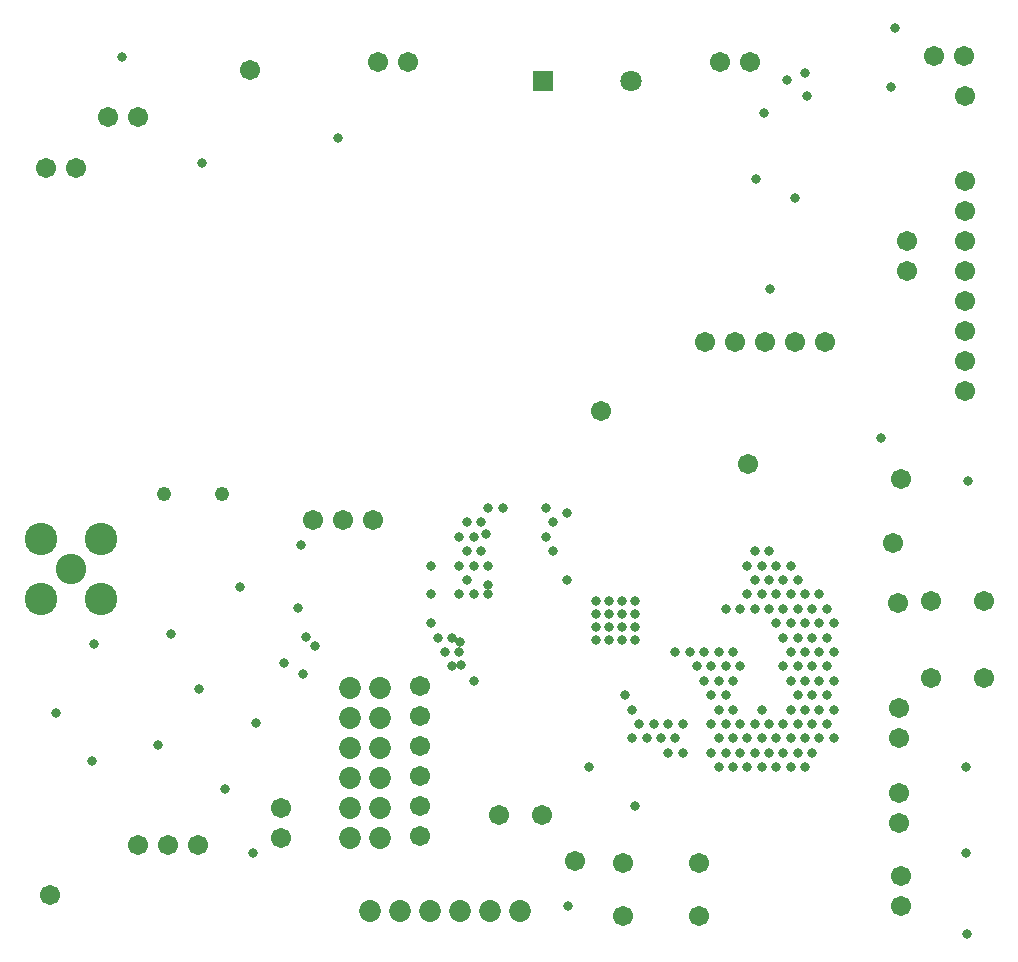
<source format=gbs>
G04 Layer_Color=16711935*
%FSLAX25Y25*%
%MOIN*%
G70*
G01*
G75*
%ADD89C,0.04855*%
%ADD90C,0.06706*%
%ADD91C,0.07296*%
%ADD92C,0.07099*%
%ADD93R,0.07099X0.07099*%
%ADD94C,0.10131*%
%ADD95C,0.10839*%
%ADD96C,0.03200*%
D89*
X79906Y155700D02*
D03*
X60694D02*
D03*
D90*
X333900Y94500D02*
D03*
Y120090D02*
D03*
X316183Y94500D02*
D03*
Y120090D02*
D03*
X327564Y288431D02*
D03*
X241000Y206500D02*
D03*
X172400Y49000D02*
D03*
X305500Y74457D02*
D03*
Y84457D02*
D03*
X306300Y18457D02*
D03*
Y28457D02*
D03*
X305500Y46057D02*
D03*
Y56057D02*
D03*
X186500Y48800D02*
D03*
X327700Y220100D02*
D03*
Y230100D02*
D03*
Y250100D02*
D03*
Y260100D02*
D03*
Y240100D02*
D03*
Y210100D02*
D03*
Y200100D02*
D03*
Y190100D02*
D03*
X22700Y22100D02*
D03*
X305300Y119500D02*
D03*
X308400Y230100D02*
D03*
X306159Y160900D02*
D03*
X308400Y240100D02*
D03*
X145900Y81700D02*
D03*
Y61700D02*
D03*
Y41700D02*
D03*
Y51700D02*
D03*
Y71700D02*
D03*
Y91700D02*
D03*
X120256Y147100D02*
D03*
X130256D02*
D03*
X110256D02*
D03*
X21157Y264600D02*
D03*
X31157D02*
D03*
X281000Y206500D02*
D03*
X271000D02*
D03*
X89324Y297353D02*
D03*
X206300Y183600D02*
D03*
X261000Y206500D02*
D03*
X251000D02*
D03*
X213500Y15200D02*
D03*
X239091D02*
D03*
X213500Y32916D02*
D03*
X239091D02*
D03*
X42079Y281605D02*
D03*
X52079D02*
D03*
X327209Y301774D02*
D03*
X317209D02*
D03*
X141957Y299800D02*
D03*
X131957D02*
D03*
X255957D02*
D03*
X245957D02*
D03*
X61856Y38700D02*
D03*
X71856D02*
D03*
X51856D02*
D03*
X255300Y166000D02*
D03*
X303500Y139400D02*
D03*
X99456Y41100D02*
D03*
Y51100D02*
D03*
X197500Y33600D02*
D03*
D91*
X122656Y41100D02*
D03*
Y51100D02*
D03*
Y61100D02*
D03*
Y91100D02*
D03*
Y81100D02*
D03*
Y71100D02*
D03*
X149300Y16872D02*
D03*
X139300D02*
D03*
X129300D02*
D03*
X159300D02*
D03*
X169300D02*
D03*
X179300D02*
D03*
X132656Y91100D02*
D03*
Y81100D02*
D03*
Y71100D02*
D03*
Y41100D02*
D03*
Y51100D02*
D03*
Y61100D02*
D03*
D92*
X216417Y293551D02*
D03*
D93*
X186889D02*
D03*
D94*
X29456Y130700D02*
D03*
D95*
X39456Y120700D02*
D03*
X19456D02*
D03*
X39456Y140700D02*
D03*
X19456D02*
D03*
D96*
X268409Y293974D02*
D03*
X274909Y288574D02*
D03*
X274309Y296274D02*
D03*
X328200Y9100D02*
D03*
X328057Y36343D02*
D03*
X328000Y64800D02*
D03*
X91400Y79400D02*
D03*
X72400Y90979D02*
D03*
X100700Y99500D02*
D03*
X328500Y160100D02*
D03*
X299700Y174500D02*
D03*
X46522Y301487D02*
D03*
X302957Y291421D02*
D03*
X304296Y311261D02*
D03*
X260664Y282731D02*
D03*
X118709Y274474D02*
D03*
X73311Y266313D02*
D03*
X24700Y82700D02*
D03*
X63100Y109100D02*
D03*
X90300Y36300D02*
D03*
X262483Y224117D02*
D03*
X217500Y52000D02*
D03*
X195100Y149600D02*
D03*
X167900Y142400D02*
D03*
X168700Y125600D02*
D03*
X159700Y99000D02*
D03*
X159200Y106400D02*
D03*
X270900Y254400D02*
D03*
X258000Y260900D02*
D03*
X37200Y105800D02*
D03*
X36656Y66700D02*
D03*
X58700Y72100D02*
D03*
X81056Y57544D02*
D03*
X85856Y124800D02*
D03*
X106400Y138900D02*
D03*
X105300Y117900D02*
D03*
X111100Y105100D02*
D03*
X107900Y108200D02*
D03*
X106800Y95700D02*
D03*
X195300Y18400D02*
D03*
X204604Y107104D02*
D03*
Y111435D02*
D03*
Y115765D02*
D03*
Y120096D02*
D03*
X208935Y107104D02*
D03*
Y111435D02*
D03*
Y115765D02*
D03*
Y120096D02*
D03*
X213265Y107104D02*
D03*
Y111435D02*
D03*
Y115765D02*
D03*
Y120096D02*
D03*
X217596Y107104D02*
D03*
Y111435D02*
D03*
Y115765D02*
D03*
Y120096D02*
D03*
X151900Y108000D02*
D03*
X149500Y112800D02*
D03*
Y122400D02*
D03*
Y132000D02*
D03*
X156700Y98400D02*
D03*
X154300Y103200D02*
D03*
X156700Y108000D02*
D03*
X159100Y103200D02*
D03*
Y122400D02*
D03*
X161500Y127200D02*
D03*
X159100Y132000D02*
D03*
X161500Y136800D02*
D03*
X159100Y141600D02*
D03*
X161500Y146400D02*
D03*
X163900Y93600D02*
D03*
Y122400D02*
D03*
Y132000D02*
D03*
X166300Y136800D02*
D03*
X163900Y141600D02*
D03*
X166300Y146400D02*
D03*
X168700Y122400D02*
D03*
Y132000D02*
D03*
Y151200D02*
D03*
X173500D02*
D03*
X190300Y136800D02*
D03*
X187900Y141600D02*
D03*
X190300Y146400D02*
D03*
X187900Y151200D02*
D03*
X195100Y127200D02*
D03*
X202300Y64800D02*
D03*
X214300Y88800D02*
D03*
X216700Y74400D02*
D03*
X219100Y79200D02*
D03*
X216700Y84000D02*
D03*
X221500Y74400D02*
D03*
X223900Y79200D02*
D03*
X228700Y69600D02*
D03*
X226300Y74400D02*
D03*
X228700Y79200D02*
D03*
X233500Y69600D02*
D03*
X231100Y74400D02*
D03*
X233500Y79200D02*
D03*
X231100Y103200D02*
D03*
X238300Y98400D02*
D03*
X235900Y103200D02*
D03*
X243100Y69600D02*
D03*
Y79200D02*
D03*
Y88800D02*
D03*
X240700Y93600D02*
D03*
X243100Y98400D02*
D03*
X240700Y103200D02*
D03*
X245500Y64800D02*
D03*
X247900Y69600D02*
D03*
X245500Y74400D02*
D03*
X247900Y79200D02*
D03*
X245500Y84000D02*
D03*
X247900Y88800D02*
D03*
X245500Y93600D02*
D03*
X247900Y98400D02*
D03*
X245500Y103200D02*
D03*
X247900Y117600D02*
D03*
X250300Y64800D02*
D03*
X252700Y69600D02*
D03*
X250300Y74400D02*
D03*
X252700Y79200D02*
D03*
X250300Y84000D02*
D03*
Y93600D02*
D03*
X252700Y98400D02*
D03*
X250300Y103200D02*
D03*
X252700Y117600D02*
D03*
X255100Y64800D02*
D03*
X257500Y69600D02*
D03*
X255100Y74400D02*
D03*
X257500Y79200D02*
D03*
Y117600D02*
D03*
X255100Y122400D02*
D03*
X257500Y127200D02*
D03*
X255100Y132000D02*
D03*
X257500Y136800D02*
D03*
X259900Y64800D02*
D03*
X262300Y69600D02*
D03*
X259900Y74400D02*
D03*
X262300Y79200D02*
D03*
X259900Y84000D02*
D03*
X262300Y117600D02*
D03*
X259900Y122400D02*
D03*
X262300Y127200D02*
D03*
X259900Y132000D02*
D03*
X262300Y136800D02*
D03*
X264700Y64800D02*
D03*
X267100Y69600D02*
D03*
X264700Y74400D02*
D03*
X267100Y79200D02*
D03*
Y98400D02*
D03*
Y108000D02*
D03*
X264700Y112800D02*
D03*
X267100Y117600D02*
D03*
X264700Y122400D02*
D03*
X267100Y127200D02*
D03*
X264700Y132000D02*
D03*
X269500Y64800D02*
D03*
X271900Y69600D02*
D03*
X269500Y74400D02*
D03*
X271900Y79200D02*
D03*
X269500Y84000D02*
D03*
X271900Y88800D02*
D03*
X269500Y93600D02*
D03*
X271900Y98400D02*
D03*
X269500Y103200D02*
D03*
X271900Y108000D02*
D03*
X269500Y112800D02*
D03*
X271900Y117600D02*
D03*
X269500Y122400D02*
D03*
X271900Y127200D02*
D03*
X269500Y132000D02*
D03*
X274300Y64800D02*
D03*
X276700Y69600D02*
D03*
X274300Y74400D02*
D03*
X276700Y79200D02*
D03*
X274300Y84000D02*
D03*
X276700Y88800D02*
D03*
X274300Y93600D02*
D03*
X276700Y98400D02*
D03*
X274300Y103200D02*
D03*
X276700Y108000D02*
D03*
X274300Y112800D02*
D03*
X276700Y117600D02*
D03*
X274300Y122400D02*
D03*
X279100Y74400D02*
D03*
X281500Y79200D02*
D03*
X279100Y84000D02*
D03*
X281500Y88800D02*
D03*
X279100Y93600D02*
D03*
X281500Y98400D02*
D03*
X279100Y103200D02*
D03*
X281500Y108000D02*
D03*
X279100Y112800D02*
D03*
X281500Y117600D02*
D03*
X279100Y122400D02*
D03*
X283900Y74400D02*
D03*
Y84000D02*
D03*
Y93600D02*
D03*
Y103200D02*
D03*
Y112800D02*
D03*
M02*

</source>
